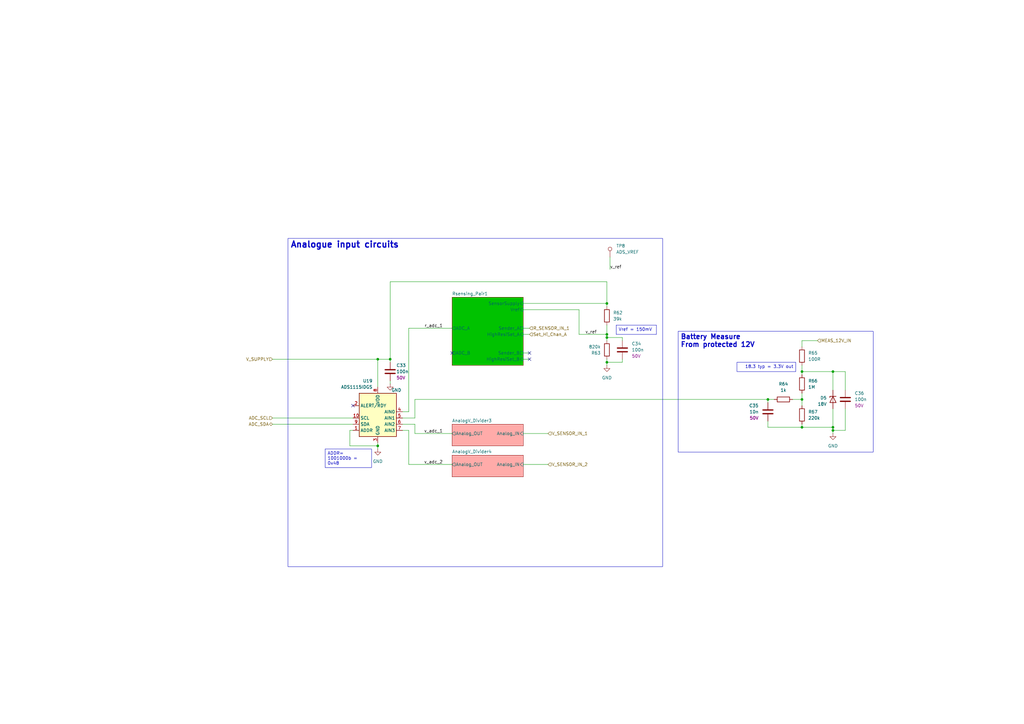
<source format=kicad_sch>
(kicad_sch (version 20250114) (generator "eeschema") (generator_version "9.0")
  (paper "A3")
  (title_block (title "Analog circuit") (date "2026-01-08") (rev "2.0-proto-C") (company "Alex Miller & Martin Roger") (comment 1 "https://github.com/martinroger/VXDash"))
  (lib_symbols
    (symbol "Analog_ADC:ADS1115IDGS"
      (property "Reference" "U" (at 2.54 13.97 0))
      (property "Value" "ADS1115IDGS" (at 7.62 11.43 0))
      (symbol "ADS1115IDGS_0_1"
        (rectangle (start -7.62 10.16) (end 7.62 -7.62) (stroke (width 0.254)) (fill (type background)))
      )
      (symbol "ADS1115IDGS_1_1"
        (pin input line (at -10.16 2.54 0) (length 2.54) (name "AIN0") (number "4"))
        (pin input line (at -10.16 0 0) (length 2.54) (name "AIN1") (number "5"))
        (pin input line (at -10.16 -2.54 0) (length 2.54) (name "AIN2") (number "6"))
        (pin input line (at -10.16 -5.08 0) (length 2.54) (name "AIN3") (number "7"))
        (pin power_in line (at 0 12.7 270) (length 2.54) (name "VDD") (number "8"))
        (pin power_in line (at 0 -10.16 90) (length 2.54) (name "GND") (number "3"))
        (pin output line (at 10.16 5.08 180) (length 2.54) (name "ALERT/RDY") (number "2"))
        (pin input line (at 10.16 0 180) (length 2.54) (name "SCL") (number "10"))
        (pin bidirectional line (at 10.16 -2.54 180) (length 2.54) (name "SDA") (number "9"))
        (pin input line (at 10.16 -5.08 180) (length 2.54) (name "ADDR") (number "1"))
      )
    )
    (symbol "Connector:TestPoint" (pin_numbers (hide yes)) (pin_names (offset 0.762) (hide yes))
      (property "Reference" "TP" (at 0 6.858 0))
      (property "Value" "TestPoint" (at 0 5.08 0))
      (symbol "TestPoint_0_1"
        (circle (center 0 3.302) (radius 0.762))
      )
      (symbol "TestPoint_1_1"
        (pin passive line (at 0 0 90) (length 2.54) (name "1") (number "1"))
      )
    )
    (symbol "Device:D_Zener" (pin_numbers (hide yes)) (pin_names (offset 1.016) (hide yes))
      (property "Reference" "D" (at 0 2.54 0))
      (property "Value" "D_Zener" (at 0 -2.54 0))
      (symbol "D_Zener_0_1"
        (polyline (pts (xy -1.27 -1.27) (xy -1.27 1.27) (xy -0.762 1.27)) (stroke (width 0.254)))
        (polyline (pts (xy 1.27 0) (xy -1.27 0)))
        (polyline (pts (xy 1.27 -1.27) (xy 1.27 1.27) (xy -1.27 0) (xy 1.27 -1.27)) (stroke (width 0.254)))
      )
      (symbol "D_Zener_1_1"
        (pin passive line (at -3.81 0 0) (length 2.54) (name "K") (number "1"))
        (pin passive line (at 3.81 0 180) (length 2.54) (name "A") (number "2"))
      )
    )
    (symbol "VXDash_passives:Cap_MLCC" (pin_numbers (hide yes)) (pin_names (offset 0.254))
      (property "Reference" "C" (at 2.54 2.54 0))
      (property "Value" "Cap_MLCC" (at 2.54 0 0))
      (property "Voltage" "50V" (at 2.54 -2.54 0))
      (symbol "Cap_MLCC_0_1"
        (polyline (pts (xy -2.032 0.762) (xy 2.032 0.762)) (stroke (width 0.508)))
        (polyline (pts (xy -2.032 -0.762) (xy 2.032 -0.762)) (stroke (width 0.508)))
      )
      (symbol "Cap_MLCC_1_1"
        (pin passive line (at 0 3.81 270) (length 2.794) (name "~") (number "1"))
        (pin passive line (at 0 -3.81 90) (length 2.794) (name "~") (number "2"))
      )
    )
    (symbol "VXDash_passives:Res" (pin_numbers (hide yes)) (pin_names (offset 0))
      (property "Reference" "R" (at 1.27 1.27 0))
      (property "Value" "Res" (at 1.27 -1.27 0))
      (symbol "Res_0_1"
        (rectangle (start -1.016 -2.54) (end 1.016 2.54) (stroke (width 0.254)))
      )
      (symbol "Res_1_1"
        (pin passive line (at 0 3.81 270) (length 1.27) (name "~") (number "1"))
        (pin passive line (at 0 -3.81 90) (length 1.27) (name "~") (number "2"))
      )
    )
    (symbol "power:GND" (power) (pin_numbers (hide yes)) (pin_names (offset 0) (hide yes))
      (property "Value" "GND" (at 0 -3.81 0))
      (symbol "GND_0_1"
        (polyline (pts (xy 0 0) (xy 0 -1.27) (xy 1.27 -1.27) (xy 0 -2.54) (xy -1.27 -1.27) (xy 0 -1.27)))
      )
      (symbol "GND_1_1"
        (pin power_in line (at 0 0 270) (length 0) (name "~") (number "1"))
      )
    )
  )
  (text_box "Battery Measure\nFrom protected 12V" (at 278.13 135.89 0) (size 80.01 49.53) (margins 0.9525 0.9525 0.9525 0.9525) (effects (font (size 2 2) (thickness 0.4) (bold yes)) (justify left top)))
  (text_box "ADDR= 1001000b = 0x48" (at 133.35 184.15 0) (size 19.05 7.62) (margins 0.9525 0.9525 0.9525 0.9525) (effects (font (size 1.27 1.27)) (justify left top)))
  (text_box "18.3 typ = 3.3V out" (at 326.39 148.59 0) (size -24.13 3.81) (margins 0.9525 0.9525 0.9525 0.9525) (effects (font (size 1.27 1.27)) (justify right top)))
  (text_box "Analogue input circuits" (at 118.11 97.79 0) (size 153.67 134.62) (margins 0.9525 0.9525 0.9525 0.9525) (effects (font (size 2.5 2.5) (thickness 0.5) (bold yes)) (justify left top)))
  (text_box "Vref = 150mV" (at 252.73 133.35 0) (size 16.51 3.81) (margins 0.9525 0.9525 0.9525 0.9525) (effects (font (size 1.27 1.27)) (justify left top)))
  (junction (at 341.63 152.4))
  (junction (at 160.02 147.32))
  (junction (at 248.92 138.43))
  (junction (at 341.63 175.26))
  (junction (at 154.94 147.32))
  (junction (at 248.92 124.46))
  (junction (at 248.92 137.16))
  (junction (at 154.94 182.88))
  (junction (at 248.92 148.59))
  (junction (at 328.93 163.83))
  (junction (at 341.63 176.53))
  (junction (at 328.93 175.26))
  (junction (at 328.93 152.4))
  (junction (at 314.96 163.83))
  (no_connect (at 217.17 144.78))
  (no_connect (at 185.42 144.78))
  (no_connect (at 144.78 166.37))
  (no_connect (at 217.17 147.32))
  (wire (pts (xy 144.78 176.53) (xy 143.51 176.53)))
  (wire (pts (xy 328.93 139.7) (xy 328.93 142.24)))
  (wire (pts (xy 314.96 175.26) (xy 328.93 175.26)))
  (wire (pts (xy 248.92 137.16) (xy 248.92 138.43)))
  (wire (pts (xy 237.49 127) (xy 237.49 137.16)))
  (wire (pts (xy 255.27 138.43) (xy 255.27 139.7)))
  (wire (pts (xy 165.1 173.99) (xy 170.18 173.99)))
  (wire (pts (xy 248.92 148.59) (xy 248.92 149.86)))
  (wire (pts (xy 248.92 139.7) (xy 248.92 138.43)))
  (wire (pts (xy 346.71 152.4) (xy 341.63 152.4)))
  (wire (pts (xy 248.92 148.59) (xy 248.92 147.32)))
  (wire (pts (xy 248.92 124.46) (xy 248.92 115.57)))
  (wire (pts (xy 255.27 148.59) (xy 248.92 148.59)))
  (wire (pts (xy 154.94 147.32) (xy 154.94 158.75)))
  (wire (pts (xy 167.64 168.91) (xy 167.64 134.62)))
  (wire (pts (xy 341.63 167.64) (xy 341.63 175.26)))
  (wire (pts (xy 214.63 190.5) (xy 224.79 190.5)))
  (wire (pts (xy 328.93 152.4) (xy 341.63 152.4)))
  (wire (pts (xy 167.64 190.5) (xy 185.42 190.5)))
  (wire (pts (xy 314.96 163.83) (xy 314.96 165.1)))
  (wire (pts (xy 328.93 161.29) (xy 328.93 163.83)))
  (wire (pts (xy 237.49 137.16) (xy 248.92 137.16)))
  (wire (pts (xy 214.63 124.46) (xy 248.92 124.46)))
  (wire (pts (xy 346.71 160.02) (xy 346.71 152.4)))
  (wire (pts (xy 328.93 149.86) (xy 328.93 152.4)))
  (wire (pts (xy 346.71 167.64) (xy 346.71 176.53)))
  (wire (pts (xy 214.63 177.8) (xy 224.79 177.8)))
  (wire (pts (xy 154.94 182.88) (xy 154.94 181.61)))
  (wire (pts (xy 111.76 173.99) (xy 144.78 173.99)))
  (wire (pts (xy 328.93 163.83) (xy 328.93 166.37)))
  (wire (pts (xy 314.96 172.72) (xy 314.96 175.26)))
  (wire (pts (xy 170.18 173.99) (xy 170.18 177.8)))
  (wire (pts (xy 143.51 182.88) (xy 154.94 182.88)))
  (wire (pts (xy 335.28 139.7) (xy 328.93 139.7)))
  (wire (pts (xy 328.93 175.26) (xy 341.63 175.26)))
  (wire (pts (xy 167.64 176.53) (xy 167.64 190.5)))
  (wire (pts (xy 111.76 171.45) (xy 144.78 171.45)))
  (wire (pts (xy 143.51 176.53) (xy 143.51 182.88)))
  (wire (pts (xy 217.17 134.62) (xy 214.63 134.62)))
  (wire (pts (xy 214.63 144.78) (xy 217.17 144.78)))
  (wire (pts (xy 170.18 163.83) (xy 314.96 163.83)))
  (wire (pts (xy 248.92 115.57) (xy 160.02 115.57)))
  (wire (pts (xy 167.64 134.62) (xy 185.42 134.62)))
  (wire (pts (xy 154.94 184.15) (xy 154.94 182.88)))
  (wire (pts (xy 237.49 127) (xy 214.63 127)))
  (wire (pts (xy 165.1 171.45) (xy 170.18 171.45)))
  (wire (pts (xy 214.63 137.16) (xy 217.17 137.16)))
  (wire (pts (xy 160.02 157.48) (xy 160.02 156.21)))
  (wire (pts (xy 160.02 147.32) (xy 160.02 148.59)))
  (wire (pts (xy 248.92 138.43) (xy 255.27 138.43)))
  (wire (pts (xy 248.92 133.35) (xy 248.92 137.16)))
  (wire (pts (xy 170.18 171.45) (xy 170.18 163.83)))
  (wire (pts (xy 341.63 176.53) (xy 341.63 177.8)))
  (wire (pts (xy 160.02 147.32) (xy 154.94 147.32)))
  (wire (pts (xy 214.63 147.32) (xy 217.17 147.32)))
  (wire (pts (xy 341.63 160.02) (xy 341.63 152.4)))
  (wire (pts (xy 248.92 124.46) (xy 248.92 125.73)))
  (wire (pts (xy 317.5 163.83) (xy 314.96 163.83)))
  (wire (pts (xy 346.71 176.53) (xy 341.63 176.53)))
  (wire (pts (xy 325.12 163.83) (xy 328.93 163.83)))
  (wire (pts (xy 250.19 105.41) (xy 250.19 110.49)))
  (wire (pts (xy 160.02 115.57) (xy 160.02 147.32)))
  (wire (pts (xy 165.1 176.53) (xy 167.64 176.53)))
  (wire (pts (xy 170.18 177.8) (xy 185.42 177.8)))
  (wire (pts (xy 165.1 168.91) (xy 167.64 168.91)))
  (wire (pts (xy 328.93 153.67) (xy 328.93 152.4)))
  (wire (pts (xy 111.76 147.32) (xy 154.94 147.32)))
  (wire (pts (xy 328.93 173.99) (xy 328.93 175.26)))
  (wire (pts (xy 341.63 175.26) (xy 341.63 176.53)))
  (wire (pts (xy 255.27 147.32) (xy 255.27 148.59)))
  (label "r_adc_1" (at 181.61 134.62 180))
  (label "v_adc_2" (at 181.61 190.5 180))
  (label "v_adc_1" (at 181.61 177.8 180))
  (label "v_ref" (at 250.19 110.49 0))
  (label "v_ref" (at 240.03 137.16 0))
  (hierarchical_label "Set_Hi_Chan_A" (shape input) (at 217.17 137.16 0))
  (hierarchical_label "V_SENSOR_IN_2" (shape input) (at 224.79 190.5 0))
  (hierarchical_label "R_SENSOR_IN_1" (shape input) (at 217.17 134.62 0))
  (hierarchical_label "MEAS_12V_IN" (shape input) (at 335.28 139.7 0))
  (hierarchical_label "ADC_SCL" (shape input) (at 111.76 171.45 180))
  (hierarchical_label "V_SUPPLY" (shape input) (at 111.76 147.32 180))
  (hierarchical_label "V_SENSOR_IN_1" (shape input) (at 224.79 177.8 0))
  (hierarchical_label "ADC_SDA" (shape bidirectional) (at 111.76 173.99 180))
  (symbol (lib_id "VXDash_passives:Res") (at 328.93 170.18 0) (unit 1)
    (property "Reference" "R67" (at 331.47 168.9099 0) (effects (justify left)))
    (property "Value" "220k" (at 331.47 171.4499 0) (effects (justify left)))
    (property "Footprint" "Resistor_SMD:R_0603_1608Metric_Pad0.98x0.95mm_HandSolder" (effects (hide yes)))
    (property "Datasheet" "https://www.lcsc.com/datasheet/C123420.pdf" (effects (hide yes)))
    (property "Tol" "1%" (effects (hide yes)))
    (property "Power" "100mW" (effects (hide yes)))
    (property "MFT" "Yageo" (effects (hide yes)))
    (property "MFT_PN" "RC0603FR-07220KL" (effects (hide yes)))
    (property "LCSC" "C123420" (effects (hide yes)))
  )
  (symbol (lib_id "VXDash_passives:Res") (at 321.31 163.83 270) (mirror x) (unit 1)
    (property "Reference" "R64" (at 321.31 157.48 90))
    (property "Value" "1k" (at 321.31 160.02 90))
    (property "Footprint" "Resistor_SMD:R_0603_1608Metric_Pad0.98x0.95mm_HandSolder" (effects (hide yes)))
    (property "Datasheet" "http://datasheet.octopart.com/RC0603FR-071KL-Yageo-datasheet-141265859.pdf" (effects (hide yes)))
    (property "Tol" "1%" (effects (hide yes)))
    (property "Power" "100mW" (effects (hide yes)))
    (property "MFT" "Yageo" (effects (hide yes)))
    (property "MFT_PN" "RC0603FR-071KL" (effects (hide yes)))
    (property "LCSC" "C22548" (effects (hide yes)))
  )
  (symbol (lib_id "VXDash_passives:Cap_MLCC") (at 346.71 163.83 180) (unit 1)
    (property "Reference" "C36" (at 350.52 161.2899 0) (effects (justify right)))
    (property "Value" "100n" (at 350.52 163.8299 0) (effects (justify right)))
    (property "Footprint" "Capacitor_SMD:C_0603_1608Metric_Pad1.08x0.95mm_HandSolder" (effects (hide yes)))
    (property "Datasheet" "http://datasheet.octopart.com/CL10B104KB8NNWC-Samsung-datasheet-8326407.pdf" (effects (hide yes)))
    (property "MFT" "Samsung Electro-Mechanics" (effects (hide yes)))
    (property "MFT_PN" "CL10B104KB8NNWC" (effects (hide yes)))
    (property "Dielectric" "X7R" (effects (hide yes)))
    (property "Tol" "10%" (effects (hide yes)))
    (property "Voltage" "50V" (at 350.52 166.3699 0) (effects (justify right)))
    (property "LCSC" "C16194176" (effects (hide yes)))
  )
  (symbol (lib_id "VXDash_passives:Res") (at 248.92 129.54 180) (unit 1)
    (property "Reference" "R62" (at 251.46 128.2699 0) (effects (justify right)))
    (property "Value" "39k" (at 251.46 130.8099 0) (effects (justify right)))
    (property "Footprint" "Resistor_SMD:R_0603_1608Metric_Pad0.98x0.95mm_HandSolder" (effects (hide yes)))
    (property "Datasheet" "https://www.lcsc.com/datasheet/C163424.pdf" (effects (hide yes)))
    (property "Tol" "1%" (effects (hide yes)))
    (property "Power" "100mW" (effects (hide yes)))
    (property "MFT" "Yageo" (effects (hide yes)))
    (property "MFT_PN" "RC0603FR-0739KL" (effects (hide yes)))
    (property "LCSC" "C163424" (effects (hide yes)))
  )
  (symbol (lib_id "VXDash_passives:Res") (at 328.93 157.48 180) (unit 1)
    (property "Reference" "R66" (at 331.47 156.2099 0) (effects (justify right)))
    (property "Value" "1M" (at 331.47 158.7499 0) (effects (justify right)))
    (property "Footprint" "Resistor_SMD:R_0603_1608Metric_Pad0.98x0.95mm_HandSolder" (effects (hide yes)))
    (property "Datasheet" "https://www.lcsc.com/datasheet/C105578.pdf" (effects (hide yes)))
    (property "Tol" "1%" (effects (hide yes)))
    (property "Power" "100mW" (effects (hide yes)))
    (property "MFT" "Yageo" (effects (hide yes)))
    (property "MFT_PN" "RC0603FR-071ML" (effects (hide yes)))
    (property "LCSC" "C105578" (effects (hide yes)))
  )
  (symbol (lib_id "VXDash_passives:Cap_MLCC") (at 314.96 168.91 0) (mirror x) (unit 1)
    (property "Reference" "C35" (at 311.15 166.3699 0) (effects (justify right)))
    (property "Value" "10n" (at 311.15 168.9099 0) (effects (justify right)))
    (property "Footprint" "Capacitor_SMD:C_0603_1608Metric_Pad1.08x0.95mm_HandSolder" (effects (hide yes)))
    (property "Datasheet" "https://www.lcsc.com/datasheet/C100042.pdf" (effects (hide yes)))
    (property "MFT" "Yageo" (effects (hide yes)))
    (property "MFT_PN" "CC0603KRX7R9BB103" (effects (hide yes)))
    (property "Dielectric" "X7R" (effects (hide yes)))
    (property "Tol" "10%" (effects (hide yes)))
    (property "Voltage" "50V" (at 311.15 171.4499 0) (effects (justify right)))
    (property "LCSC" "C100042" (effects (hide yes)))
  )
  (symbol (lib_id "Connector:TestPoint") (at 250.19 105.41 0) (unit 1) (in_bom no)
    (property "Reference" "TP8" (at 252.73 100.8379 0) (effects (justify left)))
    (property "Value" "ADS_VREF" (at 252.73 103.3779 0) (effects (justify left)))
    (property "Footprint" "TestPoint:TestPoint_Pad_D1.5mm" (effects (hide yes)))
    (property "Description" "test point" (effects (hide yes)))
  )
  (symbol (lib_id "power:GND") (at 341.63 177.8 0) (mirror y) (unit 1)
    (property "Reference" "#PWR056" (effects (hide yes)))
    (property "Value" "GND" (at 341.63 182.88 0))
    (property "Description" "Power symbol creates a global label with name \"GND\" , ground" (effects (hide yes)))
  )
  (symbol (lib_id "Device:D_Zener") (at 341.63 163.83 90) (mirror x) (unit 1)
    (property "Reference" "D5" (at 339.09 163.195 90) (effects (justify left)))
    (property "Value" "18V" (at 339.09 165.735 90) (effects (justify left)))
    (property "Footprint" "Diode_SMD:D_SOD-123" (effects (hide yes)))
    (property "Datasheet" "https://www.mccsemi.com/pdf/Products/BZT52C2V4~BZT52C75(500mW)(SOD-123).pdf" (effects (hide yes)))
    (property "Description" "DIODE ZENER 18V 200MW SOD123" (effects (hide yes)))
    (property "MFT" "Micro Commercial Co" (effects (hide yes)))
    (property "MFT_PN" "BZT52C18-TP" (effects (hide yes)))
    (property "LCSC" "C668896" (effects (hide yes)))
    (property "LCSC alt" "C467525" (effects (hide yes)))
    (property "ALT_MFT_PN_1" "BZT52C18-E3-08" (effects (hide yes)))
  )
  (symbol (lib_id "VXDash_passives:Cap_MLCC") (at 160.02 152.4 0) (mirror y) (unit 1)
    (property "Reference" "C33" (at 162.56 149.86 0) (effects (justify right)))
    (property "Value" "100n" (at 162.56 152.4 0) (effects (justify right)))
    (property "Footprint" "Capacitor_SMD:C_0603_1608Metric_Pad1.08x0.95mm_HandSolder" (effects (hide yes)))
    (property "Datasheet" "http://datasheet.octopart.com/CL10B104KB8NNWC-Samsung-datasheet-8326407.pdf" (effects (hide yes)))
    (property "MFT" "Samsung Electro-Mechanics" (effects (hide yes)))
    (property "MFT_PN" "CL10B104KB8NNWC" (effects (hide yes)))
    (property "Dielectric" "X7R" (effects (hide yes)))
    (property "Tol" "10%" (effects (hide yes)))
    (property "Voltage" "50V" (at 162.56 154.94 0) (effects (justify right)))
    (property "LCSC" "C16194176" (effects (hide yes)))
  )
  (symbol (lib_id "VXDash_passives:Res") (at 248.92 143.51 0) (unit 1)
    (property "Reference" "R63" (at 246.38 144.7801 0) (effects (justify right)))
    (property "Value" "820k" (at 246.38 142.2401 0) (effects (justify right)))
    (property "Footprint" "Resistor_SMD:R_0603_1608Metric_Pad0.98x0.95mm_HandSolder" (effects (hide yes)))
    (property "Datasheet" "http://datasheet.octopart.com/RC0603FR-07820KL-Yageo-datasheet-141265859.pdf" (effects (hide yes)))
    (property "Tol" "1%" (effects (hide yes)))
    (property "Power" "100mW" (effects (hide yes)))
    (property "MFT" "Yageo" (effects (hide yes)))
    (property "MFT_PN" "RC0603FR-07820KL" (effects (hide yes)))
    (property "LCSC" "C141684" (effects (hide yes)))
  )
  (symbol (lib_id "Analog_ADC:ADS1115IDGS") (at 154.94 171.45 0) (mirror y) (unit 1)
    (property "Reference" "U19" (at 152.7967 156.21 0) (effects (justify left)))
    (property "Value" "ADS1115IDGS" (at 152.7967 158.75 0) (effects (justify left)))
    (property "Footprint" "Package_SO:TSSOP-10_3x3mm_P0.5mm" (effects (hide yes)))
    (property "Datasheet" "http://www.ti.com/lit/ds/symlink/ads1113.pdf" (effects (hide yes)))
    (property "Description" "Ultra-Small, Low-Power, I2C-Compatible, 860-SPS, 16-Bit ADCs With Internal Reference, Oscillator, and Programmable Comparator, VSSOP-10" (effects (hide yes)))
    (property "LCSC" "C37593" (effects (hide yes)))
    (property "MFT" "Texas Instruments" (effects (hide yes)))
    (property "MFT_PN" "ADS1115IDGSR" (effects (hide yes)))
  )
  (symbol (lib_id "VXDash_passives:Res") (at 328.93 146.05 180) (unit 1)
    (property "Reference" "R65" (at 331.47 144.7799 0) (effects (justify right)))
    (property "Value" "100R" (at 331.47 147.3199 0) (effects (justify right)))
    (property "Footprint" "Resistor_SMD:R_0805_2012Metric_Pad1.20x1.40mm_HandSolder" (effects (hide yes)))
    (property "Datasheet" "https://www.lcsc.com/datasheet/C105577.pdf" (effects (hide yes)))
    (property "Tol" "1%" (effects (hide yes)))
    (property "Power" "125mW" (effects (hide yes)))
    (property "MFT" "Yageo" (effects (hide yes)))
    (property "MFT_PN" "RC0805FR-07100RL" (effects (hide yes)))
    (property "LCSC" "C105577" (effects (hide yes)))
  )
  (symbol (lib_id "power:GND") (at 248.92 149.86 0) (unit 1)
    (property "Reference" "#PWR055" (effects (hide yes)))
    (property "Value" "GND" (at 248.92 154.94 0))
    (property "Description" "Power symbol creates a global label with name \"GND\" , ground" (effects (hide yes)))
  )
  (symbol (lib_id "power:GND") (at 160.02 157.48 0) (unit 1)
    (property "Reference" "#PWR054" (effects (hide yes)))
    (property "Value" "GND" (at 162.56 160.02 0))
    (property "Description" "Power symbol creates a global label with name \"GND\" , ground" (effects (hide yes)))
  )
  (symbol (lib_id "power:GND") (at 154.94 184.15 0) (unit 1)
    (property "Reference" "#PWR053" (effects (hide yes)))
    (property "Value" "GND" (at 154.94 189.23 0))
    (property "Description" "Power symbol creates a global label with name \"GND\" , ground" (effects (hide yes)))
  )
  (symbol (lib_id "VXDash_passives:Cap_MLCC") (at 255.27 143.51 180) (unit 1)
    (property "Reference" "C34" (at 259.08 140.9699 0) (effects (justify right)))
    (property "Value" "100n" (at 259.08 143.5099 0) (effects (justify right)))
    (property "Footprint" "Capacitor_SMD:C_0603_1608Metric_Pad1.08x0.95mm_HandSolder" (effects (hide yes)))
    (property "Datasheet" "http://datasheet.octopart.com/CL10B104KB8NNWC-Samsung-datasheet-8326407.pdf" (effects (hide yes)))
    (property "Description" "Ceremic capacitor" (effects (hide yes)))
    (property "Voltage" "50V" (at 259.08 146.0499 0) (effects (justify right)))
    (property "Tol" "10%" (effects (hide yes)))
    (property "Dielectric" "X7R" (effects (hide yes)))
    (property "MFT" "Samsung Electro-Mechanics" (effects (hide yes)))
    (property "MFT_PN" "CL10B104KB8NNWC" (effects (hide yes)))
    (property "LCSC" "C16194176" (effects (hide yes)))
  )
  (sheet (at 185.42 121.92) (size 29.21 27.94) (stroke (width 0.1524)) (fill (color 0 194 0 1.0000))
    (property "Sheetname" "Rsensing_Pair1" (at 185.42 121.2084 0) (effects (justify left bottom)))
    (property "Sheetfile" "Rsensing_Pair.kicad_sch" (effects (hide yes)))
    (pin "ADC_A" output (at 185.42 134.62 180))
    (pin "ADC_B" output (at 185.42 144.78 180))
    (pin "HighResiSet_A" input (at 214.63 137.16 0))
    (pin "HighResiSet_B" input (at 214.63 147.32 0))
    (pin "Vref" input (at 214.63 127 0))
    (pin "SensorSupply" input (at 214.63 124.46 0))
    (pin "Sender_A" passive (at 214.63 134.62 0))
    (pin "Sender_B" passive (at 214.63 144.78 0))
  )
  (sheet (at 185.42 173.99) (size 29.21 8.89) (stroke (width 0.1524)) (fill (color 255 171 169 1.0000))
    (property "Sheetname" "AnalogV_Divider3" (at 185.42 173.2784 0) (effects (justify left bottom)))
    (property "Sheetfile" "AnalogV_Divider.kicad_sch" (effects (hide yes)))
    (pin "Analog_OUT" output (at 185.42 177.8 180))
    (pin "Analog_IN" input (at 214.63 177.8 0))
  )
  (sheet (at 185.42 186.69) (size 29.21 8.89) (stroke (width 0.1524)) (fill (color 255 171 169 1.0000))
    (property "Sheetname" "AnalogV_Divider4" (at 185.42 185.9784 0) (effects (justify left bottom)))
    (property "Sheetfile" "AnalogV_Divider.kicad_sch" (effects (hide yes)))
    (pin "Analog_OUT" output (at 185.42 190.5 180))
    (pin "Analog_IN" input (at 214.63 190.5 0))
  )
)
</source>
